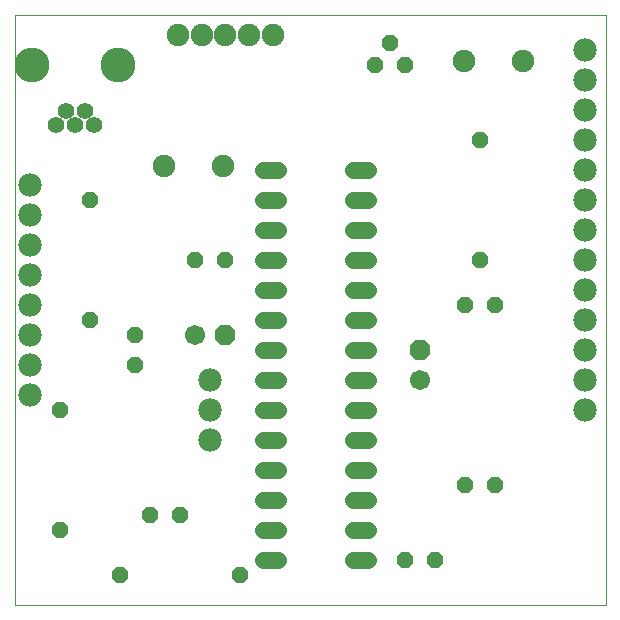
<source format=gbs>
G75*
%MOIN*%
%OFA0B0*%
%FSLAX25Y25*%
%IPPOS*%
%LPD*%
%AMOC8*
5,1,8,0,0,1.08239X$1,22.5*
%
%ADD10C,0.00000*%
%ADD11OC8,0.05600*%
%ADD12C,0.06700*%
%ADD13OC8,0.06700*%
%ADD14C,0.05600*%
%ADD15C,0.05550*%
%ADD16C,0.11620*%
%ADD17C,0.07800*%
%ADD18C,0.07487*%
D10*
X0001800Y0001800D02*
X0001800Y0198650D01*
X0198650Y0198650D01*
X0198650Y0001800D01*
X0001800Y0001800D01*
D11*
X0016800Y0026800D03*
X0036800Y0011800D03*
X0046800Y0031800D03*
X0056800Y0031800D03*
X0076800Y0011800D03*
X0131800Y0016800D03*
X0141800Y0016800D03*
X0151800Y0041800D03*
X0161800Y0041800D03*
X0161800Y0101800D03*
X0151800Y0101800D03*
X0156800Y0116800D03*
X0156800Y0156800D03*
X0131800Y0181800D03*
X0126800Y0189300D03*
X0121800Y0181800D03*
X0071800Y0116800D03*
X0061800Y0116800D03*
X0041800Y0091800D03*
X0041800Y0081800D03*
X0026800Y0096800D03*
X0016800Y0066800D03*
X0026800Y0136800D03*
D12*
X0061800Y0091800D03*
X0136800Y0076800D03*
D13*
X0136800Y0086800D03*
X0071800Y0091800D03*
D14*
X0084200Y0086800D02*
X0089400Y0086800D01*
X0089400Y0076800D02*
X0084200Y0076800D01*
X0084200Y0066800D02*
X0089400Y0066800D01*
X0089400Y0056800D02*
X0084200Y0056800D01*
X0084200Y0046800D02*
X0089400Y0046800D01*
X0089400Y0036800D02*
X0084200Y0036800D01*
X0084200Y0026800D02*
X0089400Y0026800D01*
X0089400Y0016800D02*
X0084200Y0016800D01*
X0114200Y0016800D02*
X0119400Y0016800D01*
X0119400Y0026800D02*
X0114200Y0026800D01*
X0114200Y0036800D02*
X0119400Y0036800D01*
X0119400Y0046800D02*
X0114200Y0046800D01*
X0114200Y0056800D02*
X0119400Y0056800D01*
X0119400Y0066800D02*
X0114200Y0066800D01*
X0114200Y0076800D02*
X0119400Y0076800D01*
X0119400Y0086800D02*
X0114200Y0086800D01*
X0114200Y0096800D02*
X0119400Y0096800D01*
X0119400Y0106800D02*
X0114200Y0106800D01*
X0114200Y0116800D02*
X0119400Y0116800D01*
X0119400Y0126800D02*
X0114200Y0126800D01*
X0114200Y0136800D02*
X0119400Y0136800D01*
X0119400Y0146800D02*
X0114200Y0146800D01*
X0089400Y0146800D02*
X0084200Y0146800D01*
X0084200Y0136800D02*
X0089400Y0136800D01*
X0089400Y0126800D02*
X0084200Y0126800D01*
X0084200Y0116800D02*
X0089400Y0116800D01*
X0089400Y0106800D02*
X0084200Y0106800D01*
X0084200Y0096800D02*
X0089400Y0096800D01*
D15*
X0028099Y0161721D03*
X0024950Y0166446D03*
X0021800Y0161721D03*
X0018650Y0166446D03*
X0015501Y0161721D03*
D16*
X0007430Y0181800D03*
X0036170Y0181800D03*
D17*
X0006800Y0141800D03*
X0006800Y0131800D03*
X0006800Y0121800D03*
X0006800Y0111800D03*
X0006800Y0101800D03*
X0006800Y0091800D03*
X0006800Y0081800D03*
X0006800Y0071800D03*
X0066800Y0066800D03*
X0066800Y0076800D03*
X0066800Y0056800D03*
X0191800Y0066800D03*
X0191800Y0076800D03*
X0191800Y0086800D03*
X0191800Y0096800D03*
X0191800Y0106800D03*
X0191800Y0116800D03*
X0191800Y0126800D03*
X0191800Y0136800D03*
X0191800Y0146800D03*
X0191800Y0156800D03*
X0191800Y0166800D03*
X0191800Y0176800D03*
X0191800Y0186800D03*
D18*
X0171111Y0183237D03*
X0151426Y0183237D03*
X0087548Y0191800D03*
X0079674Y0191800D03*
X0071800Y0191800D03*
X0063926Y0191800D03*
X0056052Y0191800D03*
X0051426Y0148237D03*
X0071111Y0148237D03*
M02*

</source>
